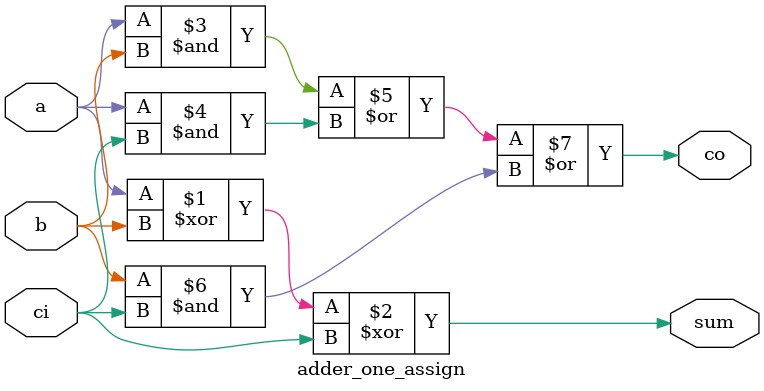
<source format=v>
module adder_one_assign (a, b, ci, co, sum);
input a, b, ci;
output co, sum;

assign sum = a ^ b ^ ci;
assign co = (a & b) | (a & ci) | (b & ci);

endmodule // adder_one_assign

</source>
